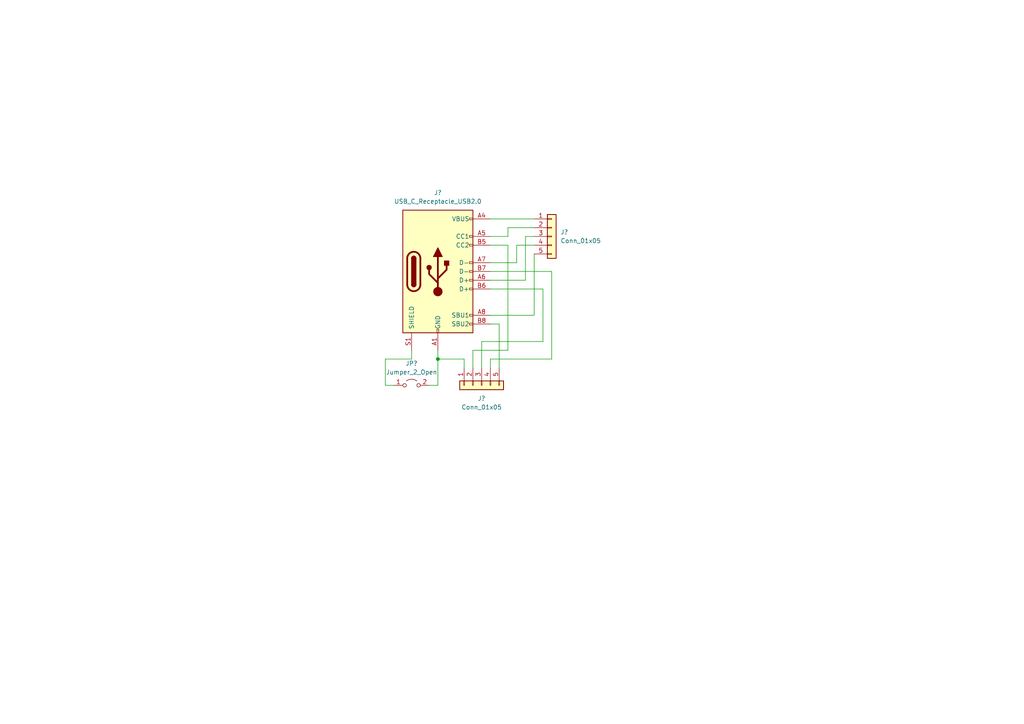
<source format=kicad_sch>
(kicad_sch (version 20211123) (generator eeschema)
  (paper "A4")
  (lib_symbols
    (symbol "Connector:USB_C_Receptacle_USB2.0" (pin_names (offset 1.016))
      (property "Reference" "J" (at -10.16 19.05 0))
      (property "Value" "USB_C_Receptacle_USB2.0" (at 19.05 19.05 0))
      (symbol "USB_C_Receptacle_USB2.0_0_0"
        (rectangle (start -0.254 -17.78) (end 0.254 -16.764))
        (rectangle (start 10.16 -14.986) (end 9.144 -15.494))
        (rectangle (start 10.16 -12.446) (end 9.144 -12.954))
        (rectangle (start 10.16 -4.826) (end 9.144 -5.334))
        (rectangle (start 10.16 -2.286) (end 9.144 -2.794))
        (rectangle (start 10.16 0.254) (end 9.144 -0.254))
        (rectangle (start 10.16 2.794) (end 9.144 2.286))
        (rectangle (start 10.16 7.874) (end 9.144 7.366))
        (rectangle (start 10.16 10.414) (end 9.144 9.906))
        (rectangle (start 10.16 15.494) (end 9.144 14.986))
      )
      (symbol "USB_C_Receptacle_USB2.0_0_1"
        (rectangle (start -10.16 17.78) (end 10.16 -17.78) (stroke (width 0.254)) (fill (type background)))
        (arc (start -8.89 -3.81) (mid -6.985 -5.715) (end -5.08 -3.81) (stroke (width 0.508)))
        (arc (start -7.62 -3.81) (mid -6.985 -4.445) (end -6.35 -3.81) (stroke (width 0.254)))
        (arc (start -7.62 -3.81) (mid -6.985 -4.445) (end -6.35 -3.81) (stroke (width 0.254)) (fill (type outline)))
        (rectangle (start -7.62 -3.81) (end -6.35 3.81) (stroke (width 0.254)) (fill (type outline)))
        (arc (start -6.35 3.81) (mid -6.985 4.445) (end -7.62 3.81) (stroke (width 0.254)))
        (arc (start -6.35 3.81) (mid -6.985 4.445) (end -7.62 3.81) (stroke (width 0.254)) (fill (type outline)))
        (arc (start -5.08 3.81) (mid -6.985 5.715) (end -8.89 3.81) (stroke (width 0.508)))
        (circle (center -2.54 1.143) (radius 0.635) (stroke (width 0.254)) (fill (type outline)))
        (circle (center 0 -5.842) (radius 1.27) (fill (type outline)))
        (polyline (pts (xy -8.89 -3.81) (xy -8.89 3.81)) (stroke (width 0.508)))
        (polyline (pts (xy -5.08 3.81) (xy -5.08 -3.81)) (stroke (width 0.508)))
        (polyline (pts (xy 0 -5.842) (xy 0 4.318)) (stroke (width 0.508)))
        (polyline (pts (xy 0 -3.302) (xy -2.54 -0.762) (xy -2.54 0.508)) (stroke (width 0.508)))
        (polyline (pts (xy 0 -2.032) (xy 2.54 0.508) (xy 2.54 1.778)) (stroke (width 0.508)))
        (polyline (pts (xy -1.27 4.318) (xy 0 6.858) (xy 1.27 4.318) (xy -1.27 4.318)) (stroke (width 0.254)) (fill (type outline)))
        (rectangle (start 1.905 1.778) (end 3.175 3.048) (stroke (width 0.254)) (fill (type outline)))
      )
      (symbol "USB_C_Receptacle_USB2.0_1_1"
        (pin passive line (at 0 -22.86 90) (length 5.08) (name "GND") (number "A1"))
        (pin passive line (at 0 -22.86 90) (length 5.08) hide (name "GND") (number "A12"))
        (pin passive line (at 15.24 15.24 180) (length 5.08) (name "VBUS") (number "A4"))
        (pin bidirectional line (at 15.24 10.16 180) (length 5.08) (name "CC1") (number "A5"))
        (pin bidirectional line (at 15.24 -2.54 180) (length 5.08) (name "D+") (number "A6"))
        (pin bidirectional line (at 15.24 2.54 180) (length 5.08) (name "D-") (number "A7"))
        (pin bidirectional line (at 15.24 -12.7 180) (length 5.08) (name "SBU1") (number "A8"))
        (pin passive line (at 15.24 15.24 180) (length 5.08) hide (name "VBUS") (number "A9"))
        (pin passive line (at 0 -22.86 90) (length 5.08) hide (name "GND") (number "B1"))
        (pin passive line (at 0 -22.86 90) (length 5.08) hide (name "GND") (number "B12"))
        (pin passive line (at 15.24 15.24 180) (length 5.08) hide (name "VBUS") (number "B4"))
        (pin bidirectional line (at 15.24 7.62 180) (length 5.08) (name "CC2") (number "B5"))
        (pin bidirectional line (at 15.24 -5.08 180) (length 5.08) (name "D+") (number "B6"))
        (pin bidirectional line (at 15.24 0 180) (length 5.08) (name "D-") (number "B7"))
        (pin bidirectional line (at 15.24 -15.24 180) (length 5.08) (name "SBU2") (number "B8"))
        (pin passive line (at 15.24 15.24 180) (length 5.08) hide (name "VBUS") (number "B9"))
        (pin passive line (at -7.62 -22.86 90) (length 5.08) (name "SHIELD") (number "S1"))
      )
    )
    (symbol "Connector_Generic:Conn_01x05" (pin_names (offset 1.016) hide)
      (property "Reference" "J" (at 0 7.62 0))
      (property "Value" "Conn_01x05" (at 0 -7.62 0))
      (symbol "Conn_01x05_1_1"
        (rectangle (start -1.27 -4.953) (end 0 -5.207) (stroke (width 0.1524)))
        (rectangle (start -1.27 -2.413) (end 0 -2.667) (stroke (width 0.1524)))
        (rectangle (start -1.27 0.127) (end 0 -0.127) (stroke (width 0.1524)))
        (rectangle (start -1.27 2.667) (end 0 2.413) (stroke (width 0.1524)))
        (rectangle (start -1.27 5.207) (end 0 4.953) (stroke (width 0.1524)))
        (rectangle (start -1.27 6.35) (end 1.27 -6.35) (stroke (width 0.254)) (fill (type background)))
        (pin passive line (at -5.08 5.08 0) (length 3.81) (name "Pin_1") (number "1"))
        (pin passive line (at -5.08 2.54 0) (length 3.81) (name "Pin_2") (number "2"))
        (pin passive line (at -5.08 0 0) (length 3.81) (name "Pin_3") (number "3"))
        (pin passive line (at -5.08 -2.54 0) (length 3.81) (name "Pin_4") (number "4"))
        (pin passive line (at -5.08 -5.08 0) (length 3.81) (name "Pin_5") (number "5"))
      )
    )
    (symbol "Jumper:Jumper_2_Open" (pin_names (offset 0) hide)
      (property "Reference" "JP" (at 0 2.794 0))
      (property "Value" "Jumper_2_Open" (at 0 -2.286 0))
      (symbol "Jumper_2_Open_0_0"
        (circle (center -2.032 0) (radius 0.508))
        (circle (center 2.032 0) (radius 0.508))
      )
      (symbol "Jumper_2_Open_0_1"
        (arc (start 1.524 1.27) (mid 0 1.778) (end -1.524 1.27))
      )
      (symbol "Jumper_2_Open_1_1"
        (pin passive line (at -5.08 0 0) (length 2.54) (name "A") (number "1"))
        (pin passive line (at 5.08 0 180) (length 2.54) (name "B") (number "2"))
      )
    )
  )
  (junction (at 127 104.14))
  (wire (pts (xy 111.76 104.14) (xy 111.76 111.76)))
  (wire (pts (xy 149.86 71.12) (xy 154.94 71.12)))
  (wire (pts (xy 142.24 93.98) (xy 144.78 93.98)))
  (wire (pts (xy 147.32 66.04) (xy 154.94 66.04)))
  (wire (pts (xy 111.76 111.76) (xy 114.3 111.76)))
  (wire (pts (xy 147.32 101.6) (xy 137.16 101.6)))
  (wire (pts (xy 149.86 76.2) (xy 149.86 71.12)))
  (wire (pts (xy 142.24 91.44) (xy 154.94 91.44)))
  (wire (pts (xy 119.38 104.14) (xy 111.76 104.14)))
  (wire (pts (xy 127 101.6) (xy 127 104.14)))
  (wire (pts (xy 127 104.14) (xy 134.62 104.14)))
  (wire (pts (xy 137.16 101.6) (xy 137.16 106.68)))
  (wire (pts (xy 147.32 68.58) (xy 147.32 66.04)))
  (wire (pts (xy 124.46 111.76) (xy 127 111.76)))
  (wire (pts (xy 154.94 91.44) (xy 154.94 73.66)))
  (wire (pts (xy 152.4 68.58) (xy 154.94 68.58)))
  (wire (pts (xy 142.24 81.28) (xy 152.4 81.28)))
  (wire (pts (xy 142.24 76.2) (xy 149.86 76.2)))
  (wire (pts (xy 142.24 78.74) (xy 160.02 78.74)))
  (wire (pts (xy 119.38 101.6) (xy 119.38 104.14)))
  (wire (pts (xy 144.78 93.98) (xy 144.78 106.68)))
  (wire (pts (xy 142.24 71.12) (xy 147.32 71.12)))
  (wire (pts (xy 142.24 104.14) (xy 142.24 106.68)))
  (wire (pts (xy 160.02 78.74) (xy 160.02 104.14)))
  (wire (pts (xy 160.02 104.14) (xy 142.24 104.14)))
  (wire (pts (xy 134.62 104.14) (xy 134.62 106.68)))
  (wire (pts (xy 127 111.76) (xy 127 104.14)))
  (wire (pts (xy 152.4 81.28) (xy 152.4 68.58)))
  (wire (pts (xy 157.48 99.06) (xy 139.7 99.06)))
  (wire (pts (xy 139.7 99.06) (xy 139.7 106.68)))
  (wire (pts (xy 157.48 83.82) (xy 157.48 99.06)))
  (wire (pts (xy 147.32 71.12) (xy 147.32 101.6)))
  (wire (pts (xy 142.24 68.58) (xy 147.32 68.58)))
  (wire (pts (xy 142.24 63.5) (xy 154.94 63.5)))
  (wire (pts (xy 142.24 83.82) (xy 157.48 83.82)))
  (symbol (lib_id "Jumper:Jumper_2_Open") (at 119.38 111.76 0) (unit 1)
    (property "Reference" "JP?" (at 119.38 105.41 0))
    (property "Value" "Jumper_2_Open" (at 119.38 107.95 0))
    (property "Footprint" "Jumper:SolderJumper-2_P1.3mm_Open_TrianglePad1.0x1.5mm" (effects hide))
  )
  (symbol (lib_id "Connector_Generic:Conn_01x05") (at 139.7 111.76 90) (mirror x) (unit 1)
    (property "Reference" "J?" (at 139.7 115.57 90))
    (property "Value" "Conn_01x05" (at 139.7 118.11 90))
  )
  (symbol (lib_id "Connector_Generic:Conn_01x05") (at 160.02 68.58 0) (unit 1)
    (property "Reference" "J?" (at 162.56 67.3099 0) (effects (justify left)))
    (property "Value" "Conn_01x05" (at 162.56 69.8499 0) (effects (justify left)))
  )
  (symbol (lib_id "Connector:USB_C_Receptacle_USB2.0") (at 127 78.74 0) (unit 1)
    (property "Reference" "J?" (at 127 55.88 0))
    (property "Value" "USB_C_Receptacle_USB2.0" (at 127 58.42 0))
    (property "Footprint" "type-c:USB-C-SMD_TYPE-C-31-E-03" (effects hide))
    (property "Datasheet" "https://www.usb.org/sites/default/files/documents/usb_type-c.zip" (effects hide))
  )
)
</source>
